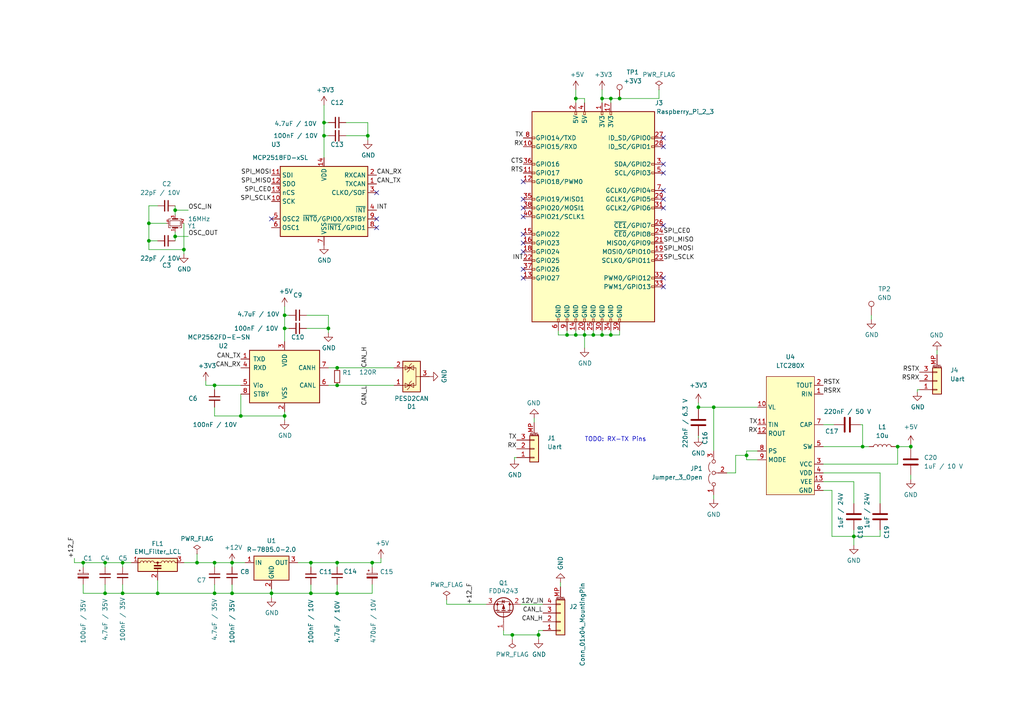
<source format=kicad_sch>
(kicad_sch (version 20210621) (generator eeschema)
  (paper "A4")
  (lib_symbols
    (symbol "Connector:Raspberry_Pi_2_3" (pin_names (offset 1.016))
      (property "Reference" "J" (at -17.78 31.75 0))
      (property "Value" "Raspberry_Pi_2_3" (at 10.16 -31.75 0))
      (symbol "Raspberry_Pi_2_3_1_1"
        (pin power_in line (at 2.54 33.02 270) (length 2.54) (name "3V3") (number "1"))
        (pin bidirectional line (at -20.32 20.32 0) (length 2.54) (name "GPIO15/RXD") (number "10"))
        (pin bidirectional line (at -20.32 12.7 0) (length 2.54) (name "GPIO17") (number "11"))
        (pin bidirectional line (at -20.32 10.16 0) (length 2.54) (name "GPIO18/PWM0") (number "12"))
        (pin bidirectional line (at -20.32 -17.78 0) (length 2.54) (name "GPIO27") (number "13"))
        (pin power_in line (at -5.08 -33.02 90) (length 2.54) (name "GND") (number "14"))
        (pin bidirectional line (at -20.32 -5.08 0) (length 2.54) (name "GPIO22") (number "15"))
        (pin bidirectional line (at -20.32 -7.62 0) (length 2.54) (name "GPIO23") (number "16"))
        (pin power_in line (at 5.08 33.02 270) (length 2.54) (name "3V3") (number "17"))
        (pin bidirectional line (at -20.32 -10.16 0) (length 2.54) (name "GPIO24") (number "18"))
        (pin bidirectional line (at 20.32 -10.16 180) (length 2.54) (name "MOSI0/GPIO10") (number "19"))
        (pin power_in line (at -5.08 33.02 270) (length 2.54) (name "5V") (number "2"))
        (pin power_in line (at -2.54 -33.02 90) (length 2.54) (name "GND") (number "20"))
        (pin bidirectional line (at 20.32 -7.62 180) (length 2.54) (name "MISO0/GPIO9") (number "21"))
        (pin bidirectional line (at -20.32 -12.7 0) (length 2.54) (name "GPIO25") (number "22"))
        (pin bidirectional line (at 20.32 -12.7 180) (length 2.54) (name "SCLK0/GPIO11") (number "23"))
        (pin bidirectional line (at 20.32 -5.08 180) (length 2.54) (name "~{CE0}/GPIO8") (number "24"))
        (pin power_in line (at 0 -33.02 90) (length 2.54) (name "GND") (number "25"))
        (pin bidirectional line (at 20.32 -2.54 180) (length 2.54) (name "~{CE1}/GPIO7") (number "26"))
        (pin bidirectional line (at 20.32 22.86 180) (length 2.54) (name "ID_SD/GPIO0") (number "27"))
        (pin bidirectional line (at 20.32 20.32 180) (length 2.54) (name "ID_SC/GPIO1") (number "28"))
        (pin bidirectional line (at 20.32 5.08 180) (length 2.54) (name "GCLK1/GPIO5") (number "29"))
        (pin bidirectional line (at 20.32 15.24 180) (length 2.54) (name "SDA/GPIO2") (number "3"))
        (pin power_in line (at 2.54 -33.02 90) (length 2.54) (name "GND") (number "30"))
        (pin bidirectional line (at 20.32 2.54 180) (length 2.54) (name "GCLK2/GPIO6") (number "31"))
        (pin bidirectional line (at 20.32 -17.78 180) (length 2.54) (name "PWM0/GPIO12") (number "32"))
        (pin bidirectional line (at 20.32 -20.32 180) (length 2.54) (name "PWM1/GPIO13") (number "33"))
        (pin power_in line (at 5.08 -33.02 90) (length 2.54) (name "GND") (number "34"))
        (pin bidirectional line (at -20.32 5.08 0) (length 2.54) (name "GPIO19/MISO1") (number "35"))
        (pin bidirectional line (at -20.32 15.24 0) (length 2.54) (name "GPIO16") (number "36"))
        (pin bidirectional line (at -20.32 -15.24 0) (length 2.54) (name "GPIO26") (number "37"))
        (pin bidirectional line (at -20.32 2.54 0) (length 2.54) (name "GPIO20/MOSI1") (number "38"))
        (pin power_in line (at 7.62 -33.02 90) (length 2.54) (name "GND") (number "39"))
        (pin power_in line (at -2.54 33.02 270) (length 2.54) (name "5V") (number "4"))
        (pin bidirectional line (at -20.32 0 0) (length 2.54) (name "GPIO21/SCLK1") (number "40"))
        (pin bidirectional line (at 20.32 12.7 180) (length 2.54) (name "SCL/GPIO3") (number "5"))
        (pin power_in line (at -10.16 -33.02 90) (length 2.54) (name "GND") (number "6"))
        (pin bidirectional line (at 20.32 7.62 180) (length 2.54) (name "GCLK0/GPIO4") (number "7"))
        (pin bidirectional line (at -20.32 22.86 0) (length 2.54) (name "GPIO14/TXD") (number "8"))
        (pin power_in line (at -7.62 -33.02 90) (length 2.54) (name "GND") (number "9"))
      )
    )
    (symbol "Connector:TestPoint" (pin_numbers hide) (pin_names (offset 0.762) hide)
      (property "Reference" "TP" (at 0 6.858 0))
      (property "Value" "TestPoint" (at 0 5.08 0))
      (symbol "TestPoint_1_1"
        (pin passive line (at 0 0 90) (length 2.54) (name "1") (number "1"))
      )
    )
    (symbol "Connector_Generic_MountingPin:Conn_01x03_MountingPin" (pin_names (offset 1.016) hide)
      (property "Reference" "J" (at 0 5.08 0))
      (property "Value" "Conn_01x03_MountingPin" (at 1.27 -5.08 0))
      (symbol "Conn_01x03_MountingPin_1_1"
        (text "Mounting" (at 0 -4.191 0) (effects (font (size 0.381 0.381))))
        (pin passive line (at -5.08 2.54 0) (length 3.81) (name "Pin_1") (number "1"))
        (pin passive line (at -5.08 0 0) (length 3.81) (name "Pin_2") (number "2"))
        (pin passive line (at -5.08 -2.54 0) (length 3.81) (name "Pin_3") (number "3"))
        (pin passive line (at 0 -7.62 90) (length 3.048) (name "MountPin") (number "MP"))
      )
    )
    (symbol "Connector_Generic_MountingPin:Conn_01x04_MountingPin" (pin_names (offset 1.016) hide)
      (property "Reference" "J" (at 0 5.08 0))
      (property "Value" "Conn_01x04_MountingPin" (at 1.27 -7.62 0))
      (symbol "Conn_01x04_MountingPin_1_1"
        (text "Mounting" (at 0 -6.731 0) (effects (font (size 0.381 0.381))))
        (pin passive line (at -5.08 2.54 0) (length 3.81) (name "Pin_1") (number "1"))
        (pin passive line (at -5.08 0 0) (length 3.81) (name "Pin_2") (number "2"))
        (pin passive line (at -5.08 -2.54 0) (length 3.81) (name "Pin_3") (number "3"))
        (pin passive line (at -5.08 -5.08 0) (length 3.81) (name "Pin_4") (number "4"))
        (pin passive line (at 0 -10.16 90) (length 3.048) (name "MountPin") (number "MP"))
      )
    )
    (symbol "Device:C" (pin_numbers hide) (pin_names (offset 0.254))
      (property "Reference" "C" (at 0.635 2.54 0))
      (property "Value" "C" (at 0.635 -2.54 0))
      (symbol "C_1_1"
        (pin passive line (at 0 3.81 270) (length 2.794) (name "~") (number "1"))
        (pin passive line (at 0 -3.81 90) (length 2.794) (name "~") (number "2"))
      )
    )
    (symbol "Device:C_Polarized_Small" (pin_numbers hide) (pin_names (offset 0.254) hide)
      (property "Reference" "C" (at 0.254 1.778 0))
      (property "Value" "C_Polarized_Small" (at 0.254 -2.032 0))
      (symbol "C_Polarized_Small_1_1"
        (pin passive line (at 0 2.54 270) (length 1.8542) (name "~") (number "1"))
        (pin passive line (at 0 -2.54 90) (length 1.8542) (name "~") (number "2"))
      )
    )
    (symbol "Device:C_Small" (pin_numbers hide) (pin_names (offset 0.254) hide)
      (property "Reference" "C" (at 0.254 1.778 0))
      (property "Value" "C_Small" (at 0.254 -2.032 0))
      (symbol "C_Small_1_1"
        (pin passive line (at 0 2.54 270) (length 2.032) (name "~") (number "1"))
        (pin passive line (at 0 -2.54 90) (length 2.032) (name "~") (number "2"))
      )
    )
    (symbol "Device:Crystal_GND24_Small" (pin_names (offset 1.016) hide)
      (property "Reference" "Y" (at 1.27 4.445 0))
      (property "Value" "Crystal_GND24_Small" (at 1.27 2.54 0))
      (symbol "Crystal_GND24_Small_1_1"
        (pin passive line (at -2.54 0 0) (length 1.27) (name "1") (number "1"))
        (pin passive line (at 0 -2.54 90) (length 0.635) (name "2") (number "2"))
        (pin passive line (at 2.54 0 180) (length 1.27) (name "3") (number "3"))
        (pin passive line (at 0 2.54 270) (length 0.635) (name "4") (number "4"))
      )
    )
    (symbol "Device:Filter_EMI_LCL" (pin_names (offset 0.254) hide)
      (property "Reference" "FL" (at 0 6.985 0))
      (property "Value" "Filter_EMI_LCL" (at 0 5.08 0))
      (symbol "Filter_EMI_LCL_1_1"
        (pin passive line (at -7.62 2.54 0) (length 2.54) (name "1") (number "1"))
        (pin passive line (at 0 -2.54 90) (length 2.54) (name "2") (number "2"))
        (pin passive line (at 7.62 2.54 180) (length 2.54) (name "3") (number "3"))
      )
    )
    (symbol "Device:L" (pin_numbers hide) (pin_names (offset 1.016) hide)
      (property "Reference" "L" (at -1.27 0 90))
      (property "Value" "L" (at 1.905 0 90))
      (symbol "L_1_1"
        (pin passive line (at 0 3.81 270) (length 1.27) (name "1") (number "1"))
        (pin passive line (at 0 -3.81 90) (length 1.27) (name "2") (number "2"))
      )
    )
    (symbol "Device:Q_PMOS_GDS" (pin_names (offset 0) hide)
      (property "Reference" "Q" (at 5.08 1.27 0))
      (property "Value" "Q_PMOS_GDS" (at 5.08 -1.27 0))
      (symbol "Q_PMOS_GDS_1_1"
        (pin input line (at -5.08 0 0) (length 2.54) (name "G") (number "1"))
        (pin passive line (at 2.54 5.08 270) (length 2.54) (name "D") (number "2"))
        (pin passive line (at 2.54 -5.08 90) (length 2.54) (name "S") (number "3"))
      )
    )
    (symbol "Device:R_Small" (pin_numbers hide) (pin_names (offset 0.254) hide)
      (property "Reference" "R" (at 0.762 0.508 0))
      (property "Value" "R_Small" (at 0.762 -1.016 0))
      (symbol "R_Small_1_1"
        (pin passive line (at 0 2.54 270) (length 0.762) (name "~") (number "1"))
        (pin passive line (at 0 -2.54 90) (length 0.762) (name "~") (number "2"))
      )
    )
    (symbol "Interface_CAN_LIN:MCP2517FD-xSL"
      (property "Reference" "U" (at -12.7 12.7 0))
      (property "Value" "MCP2517FD-xSL" (at 2.54 12.7 0))
      (symbol "MCP2517FD-xSL_1_1"
        (pin output line (at 15.24 5.08 180) (length 2.54) (name "TXCAN") (number "1"))
        (pin input line (at -15.24 0 0) (length 2.54) (name "SCK") (number "10"))
        (pin input line (at -15.24 7.62 0) (length 2.54) (name "SDI") (number "11"))
        (pin output line (at -15.24 5.08 0) (length 2.54) (name "SDO") (number "12"))
        (pin input line (at -15.24 2.54 0) (length 2.54) (name "nCS") (number "13"))
        (pin power_in line (at 0 12.7 270) (length 2.54) (name "VDD") (number "14"))
        (pin input line (at 15.24 7.62 180) (length 2.54) (name "RXCAN") (number "2"))
        (pin output line (at 15.24 2.54 180) (length 2.54) (name "CLKO/SOF") (number "3"))
        (pin output line (at 15.24 -2.54 180) (length 2.54) (name "~{INT}") (number "4"))
        (pin output line (at -15.24 -5.08 0) (length 2.54) (name "OSC2") (number "5"))
        (pin input line (at -15.24 -7.62 0) (length 2.54) (name "OSC1") (number "6"))
        (pin power_in line (at 0 -12.7 90) (length 2.54) (name "VSS") (number "7"))
        (pin bidirectional line (at 15.24 -7.62 180) (length 2.54) (name "~{INT1}/GPIO1") (number "8"))
        (pin bidirectional line (at 15.24 -5.08 180) (length 2.54) (name "~{INT0}/GPIO0/XSTBY") (number "9"))
      )
    )
    (symbol "Interface_CAN_LIN:MCP2562-H-SN" (pin_names (offset 1.016))
      (property "Reference" "U" (at -10.16 8.89 0))
      (property "Value" "MCP2562-H-SN" (at 2.54 8.89 0))
      (symbol "MCP2562-H-SN_1_1"
        (pin input line (at -12.7 5.08 0) (length 2.54) (name "TXD") (number "1"))
        (pin power_in line (at 0 -10.16 90) (length 2.54) (name "VSS") (number "2"))
        (pin power_in line (at 0 10.16 270) (length 2.54) (name "VDD") (number "3"))
        (pin output line (at -12.7 2.54 0) (length 2.54) (name "RXD") (number "4"))
        (pin power_in line (at -12.7 -2.54 0) (length 2.54) (name "Vio") (number "5"))
        (pin bidirectional line (at 12.7 -2.54 180) (length 2.54) (name "CANL") (number "6"))
        (pin bidirectional line (at 12.7 2.54 180) (length 2.54) (name "CANH") (number "7"))
        (pin input line (at -12.7 -5.08 0) (length 2.54) (name "STBY") (number "8"))
      )
    )
    (symbol "Jumper:Jumper_3_Open" (pin_names (offset 0) hide)
      (property "Reference" "JP" (at -2.54 -2.54 0))
      (property "Value" "Jumper_3_Open" (at 0 2.794 0))
      (symbol "Jumper_3_Open_1_1"
        (pin passive line (at -6.35 0 0) (length 2.54) (name "A") (number "1"))
        (pin input line (at 0 -3.81 90) (length 2.54) (name "C") (number "2"))
        (pin passive line (at 6.35 0 180) (length 2.54) (name "B") (number "3"))
      )
    )
    (symbol "Power_Protection:NUP2105L" (pin_names hide)
      (property "Reference" "D" (at 5.715 2.54 0))
      (property "Value" "NUP2105L" (at 5.715 0.635 0))
      (symbol "NUP2105L_0_0"
        (pin passive line (at 0 -5.08 90) (length 2.54) (name "A") (number "3"))
      )
      (symbol "NUP2105L_1_1"
        (pin passive line (at -2.54 5.08 270) (length 2.54) (name "K") (number "1"))
        (pin passive line (at 2.54 5.08 270) (length 2.54) (name "K") (number "2"))
      )
    )
    (symbol "Regulator_Switching:R-78B5.0-2.0" (pin_names (offset 0.254))
      (property "Reference" "U" (at -3.81 3.175 0))
      (property "Value" "R-78B5.0-2.0" (at 0 3.175 0))
      (symbol "R-78B5.0-2.0_1_1"
        (pin power_in line (at -7.62 0 0) (length 2.54) (name "IN") (number "1"))
        (pin power_in line (at 0 -7.62 90) (length 2.54) (name "GND") (number "2"))
        (pin power_out line (at 7.62 0 180) (length 2.54) (name "OUT") (number "3"))
      )
    )
    (symbol "ownLib:LTC280X"
      (property "Reference" "U" (at -1.27 21.59 0))
      (property "Value" "LTC280X" (at -1.27 19.05 0))
      (symbol "LTC280X_0_0"
        (pin input line (at 8.89 11.43 180) (length 2.54) (name "RIN") (number "1"))
        (pin power_in line (at -10.16 7.62 0) (length 2.54) (name "VL") (number "10"))
        (pin input line (at -10.16 2.54 0) (length 2.54) (name "TIN") (number "11"))
        (pin output line (at -10.16 0 0) (length 2.54) (name "ROUT") (number "12"))
        (pin power_out line (at 8.89 -13.97 180) (length 2.54) (name "VEE") (number "13"))
        (pin output line (at 8.89 13.97 180) (length 2.54) (name "TOUT") (number "2"))
        (pin power_in line (at 8.89 -8.89 180) (length 2.54) (name "VCC") (number "3"))
        (pin power_out line (at 8.89 -11.43 180) (length 2.54) (name "VDD") (number "4"))
        (pin passive line (at 8.89 -3.81 180) (length 2.54) (name "SW") (number "5"))
        (pin power_in line (at 8.89 -16.51 180) (length 2.54) (name "GND") (number "6"))
        (pin passive line (at 8.89 2.54 180) (length 2.54) (name "CAP") (number "7"))
        (pin passive line (at -10.16 -5.08 0) (length 2.54) (name "PS") (number "8"))
        (pin input line (at -10.16 -7.62 0) (length 2.54) (name "MODE") (number "9"))
      )
    )
    (symbol "power:+12V" (power) (pin_names (offset 0))
      (property "Value" "+12V" (at 0 3.556 0))
      (symbol "+12V_1_1"
        (pin power_in line (at 0 0 90) (length 0) hide (name "+12V") (number "1"))
      )
    )
    (symbol "power:+3.3V" (power) (pin_names (offset 0))
      (property "Value" "+3.3V" (at 0 3.556 0))
      (symbol "+3.3V_1_1"
        (pin power_in line (at 0 0 90) (length 0) hide (name "+3V3") (number "1"))
      )
    )
    (symbol "power:+3V3" (power) (pin_names (offset 0))
      (property "Value" "+3V3" (at 0 3.556 0))
      (symbol "+3V3_1_1"
        (pin power_in line (at 0 0 90) (length 0) hide (name "+3V3") (number "1"))
      )
    )
    (symbol "power:+5V" (power) (pin_names (offset 0))
      (property "Value" "+5V" (at 0 3.556 0))
      (symbol "+5V_1_1"
        (pin power_in line (at 0 0 90) (length 0) hide (name "+5V") (number "1"))
      )
    )
    (symbol "power:GND" (power) (pin_names (offset 0))
      (property "Value" "GND" (at 0 -3.81 0))
      (symbol "GND_1_1"
        (pin power_in line (at 0 0 270) (length 0) hide (name "GND") (number "1"))
      )
    )
    (symbol "power:PWR_FLAG" (power) (pin_numbers hide) (pin_names (offset 0) hide)
      (property "Value" "PWR_FLAG" (at 0 3.81 0))
      (symbol "PWR_FLAG_0_0"
        (pin power_out line (at 0 0 90) (length 0) (name "pwr") (number "1"))
      )
    )
  )
  (junction (at 35.56 172.085) (diameter 0.9144))
  (junction (at 174.625 28.575) (diameter 0.9144))
  (junction (at 216.535 132.08))
  (junction (at 174.625 97.155) (diameter 0.9144))
  (junction (at 50.8 68.58) (diameter 0.9144))
  (junction (at 156.21 184.15) (diameter 0.9144))
  (junction (at 95.25 95.25) (diameter 0.9144))
  (junction (at 43.18 64.77) (diameter 0.9144))
  (junction (at 207.01 118.11))
  (junction (at 62.23 172.085) (diameter 0.9144))
  (junction (at 30.48 172.085) (diameter 0.9144))
  (junction (at 260.35 129.54))
  (junction (at 148.59 184.15) (diameter 0.9144))
  (junction (at 97.79 172.085) (diameter 0.9144))
  (junction (at 62.23 163.195) (diameter 0.9144))
  (junction (at 67.31 163.195) (diameter 0.9144))
  (junction (at 53.34 72.39) (diameter 0.9144))
  (junction (at 45.72 172.085) (diameter 0.9144))
  (junction (at 250.19 129.54))
  (junction (at 30.48 163.195) (diameter 0.9144))
  (junction (at 78.74 172.085) (diameter 0.9144))
  (junction (at 107.95 163.195) (diameter 0.9144))
  (junction (at 167.005 28.575) (diameter 0.9144))
  (junction (at 167.005 97.155) (diameter 0.9144))
  (junction (at 169.545 97.155) (diameter 0.9144))
  (junction (at 90.17 163.195) (diameter 0.9144))
  (junction (at 67.31 172.085) (diameter 0.9144))
  (junction (at 97.79 106.68) (diameter 0.9144))
  (junction (at 247.65 155.575))
  (junction (at 50.8 60.96) (diameter 0.9144))
  (junction (at 62.23 111.76) (diameter 0.9144))
  (junction (at 202.565 118.11))
  (junction (at 97.79 163.195) (diameter 0.9144))
  (junction (at 43.18 69.85) (diameter 0.9144))
  (junction (at 164.465 97.155) (diameter 0.9144))
  (junction (at 97.79 111.76) (diameter 0.9144))
  (junction (at 82.55 91.44) (diameter 0.9144))
  (junction (at 106.68 39.37) (diameter 0.9144))
  (junction (at 24.13 163.195) (diameter 0.9144))
  (junction (at 177.165 97.155) (diameter 0.9144))
  (junction (at 82.55 120.65) (diameter 0.9144))
  (junction (at 69.85 120.65) (diameter 0.9144))
  (junction (at 35.56 163.195) (diameter 0.9144))
  (junction (at 57.15 163.195) (diameter 0.9144))
  (junction (at 82.55 95.25) (diameter 0.9144))
  (junction (at 264.16 129.54))
  (junction (at 172.085 97.155) (diameter 0.9144))
  (junction (at 90.17 172.085) (diameter 0.9144))
  (junction (at 93.98 35.56) (diameter 0.9144))
  (junction (at 177.165 28.575) (diameter 0.9144))
  (junction (at 179.705 28.575) (diameter 0.9144))
  (junction (at 93.98 39.37) (diameter 0.9144))
  (no_connect (at 151.765 60.325))
  (no_connect (at 151.765 57.785))
  (no_connect (at 192.405 60.325))
  (no_connect (at 151.765 80.645))
  (no_connect (at 192.405 42.545))
  (no_connect (at 151.765 62.865))
  (no_connect (at 192.405 47.625))
  (no_connect (at 192.405 40.005))
  (no_connect (at 151.765 52.705))
  (no_connect (at 78.74 63.5))
  (no_connect (at 109.22 63.5))
  (no_connect (at 109.22 66.04))
  (no_connect (at 109.22 55.88))
  (no_connect (at 192.405 57.785))
  (no_connect (at 192.405 50.165))
  (no_connect (at 151.765 78.105))
  (no_connect (at 192.405 55.245))
  (no_connect (at 151.765 70.485))
  (no_connect (at 151.765 73.025))
  (no_connect (at 151.765 67.945))
  (no_connect (at 192.405 65.405))
  (no_connect (at 192.405 83.185))
  (no_connect (at 192.405 80.645))
  (wire (pts (xy 30.48 164.465) (xy 30.48 163.195)))
  (wire (pts (xy 43.18 72.39) (xy 43.18 69.85)))
  (wire (pts (xy 95.25 91.44) (xy 95.25 95.25)))
  (wire (pts (xy 97.79 106.68) (xy 114.3 106.68)))
  (wire (pts (xy 177.165 28.575) (xy 179.705 28.575)))
  (wire (pts (xy 97.79 163.195) (xy 107.95 163.195)))
  (wire (pts (xy 69.85 120.65) (xy 62.23 120.65)))
  (wire (pts (xy 50.8 68.58) (xy 50.8 69.85)))
  (wire (pts (xy 250.19 129.54) (xy 252.095 129.54)))
  (wire (pts (xy 238.76 129.54) (xy 250.19 129.54)))
  (wire (pts (xy 45.72 168.275) (xy 45.72 172.085)))
  (wire (pts (xy 35.56 164.465) (xy 35.56 163.195)))
  (wire (pts (xy 250.19 123.19) (xy 250.19 129.54)))
  (wire (pts (xy 249.555 123.19) (xy 250.19 123.19)))
  (wire (pts (xy 164.465 97.155) (xy 167.005 97.155)))
  (wire (pts (xy 202.565 126.365) (xy 202.565 127)))
  (wire (pts (xy 97.79 163.195) (xy 97.79 164.465)))
  (wire (pts (xy 156.21 182.88) (xy 156.21 184.15)))
  (wire (pts (xy 106.68 39.37) (xy 106.68 40.64)))
  (wire (pts (xy 247.65 139.7) (xy 247.65 146.05)))
  (wire (pts (xy 238.76 139.7) (xy 247.65 139.7)))
  (wire (pts (xy 43.18 59.69) (xy 45.72 59.69)))
  (wire (pts (xy 53.34 64.77) (xy 53.34 72.39)))
  (wire (pts (xy 86.36 163.195) (xy 90.17 163.195)))
  (wire (pts (xy 54.61 68.58) (xy 50.8 68.58)))
  (wire (pts (xy 179.705 97.155) (xy 179.705 95.885)))
  (wire (pts (xy 148.59 184.15) (xy 148.59 185.42)))
  (wire (pts (xy 30.48 172.085) (xy 35.56 172.085)))
  (wire (pts (xy 169.545 97.155) (xy 172.085 97.155)))
  (wire (pts (xy 24.13 163.195) (xy 30.48 163.195)))
  (wire (pts (xy 260.35 134.62) (xy 260.35 129.54)))
  (wire (pts (xy 238.76 134.62) (xy 260.35 134.62)))
  (wire (pts (xy 174.625 29.845) (xy 174.625 28.575)))
  (wire (pts (xy 88.9 95.25) (xy 95.25 95.25)))
  (wire (pts (xy 62.23 111.76) (xy 62.23 113.03)))
  (wire (pts (xy 82.55 95.25) (xy 82.55 99.06)))
  (wire (pts (xy 167.005 28.575) (xy 167.005 26.035)))
  (wire (pts (xy 129.54 175.26) (xy 140.97 175.26)))
  (wire (pts (xy 93.98 39.37) (xy 93.98 45.72)))
  (wire (pts (xy 67.31 172.085) (xy 78.74 172.085)))
  (wire (pts (xy 161.925 97.155) (xy 164.465 97.155)))
  (wire (pts (xy 202.565 118.745) (xy 202.565 118.11)))
  (wire (pts (xy 202.565 118.11) (xy 207.01 118.11)))
  (wire (pts (xy 207.01 118.11) (xy 219.71 118.11)))
  (wire (pts (xy 82.55 88.9) (xy 82.55 91.44)))
  (wire (pts (xy 207.01 143.51) (xy 207.01 144.78)))
  (wire (pts (xy 219.71 133.35) (xy 216.535 133.35)))
  (wire (pts (xy 216.535 132.08) (xy 216.535 133.35)))
  (wire (pts (xy 216.535 130.81) (xy 216.535 132.08)))
  (wire (pts (xy 148.59 184.15) (xy 156.21 184.15)))
  (wire (pts (xy 106.68 35.56) (xy 106.68 39.37)))
  (wire (pts (xy 97.79 172.085) (xy 107.95 172.085)))
  (wire (pts (xy 164.465 95.885) (xy 164.465 97.155)))
  (wire (pts (xy 177.165 97.155) (xy 179.705 97.155)))
  (wire (pts (xy 151.13 175.26) (xy 157.48 175.26)))
  (wire (pts (xy 167.005 29.845) (xy 167.005 28.575)))
  (wire (pts (xy 82.55 119.38) (xy 82.55 120.65)))
  (wire (pts (xy 177.165 95.885) (xy 177.165 97.155)))
  (wire (pts (xy 43.18 64.77) (xy 43.18 59.69)))
  (wire (pts (xy 78.74 172.085) (xy 78.74 173.355)))
  (wire (pts (xy 191.135 28.575) (xy 191.135 26.035)))
  (wire (pts (xy 90.17 172.085) (xy 97.79 172.085)))
  (wire (pts (xy 24.13 172.085) (xy 30.48 172.085)))
  (wire (pts (xy 107.95 163.195) (xy 107.95 164.465)))
  (wire (pts (xy 95.25 106.68) (xy 97.79 106.68)))
  (wire (pts (xy 43.18 69.85) (xy 43.18 64.77)))
  (wire (pts (xy 167.005 97.155) (xy 169.545 97.155)))
  (wire (pts (xy 57.15 163.195) (xy 62.23 163.195)))
  (wire (pts (xy 57.15 163.195) (xy 53.34 163.195)))
  (wire (pts (xy 90.17 169.545) (xy 90.17 172.085)))
  (wire (pts (xy 247.65 153.67) (xy 247.65 155.575)))
  (wire (pts (xy 24.13 163.195) (xy 24.13 164.465)))
  (wire (pts (xy 146.05 184.15) (xy 148.59 184.15)))
  (wire (pts (xy 264.16 137.795) (xy 264.16 139.065)))
  (wire (pts (xy 83.82 95.25) (xy 82.55 95.25)))
  (wire (pts (xy 110.49 163.195) (xy 110.49 161.925)))
  (wire (pts (xy 78.74 172.085) (xy 90.17 172.085)))
  (wire (pts (xy 90.17 163.195) (xy 97.79 163.195)))
  (wire (pts (xy 62.23 169.545) (xy 62.23 172.085)))
  (wire (pts (xy 50.8 59.69) (xy 50.8 60.96)))
  (wire (pts (xy 213.36 137.16) (xy 213.36 132.08)))
  (wire (pts (xy 210.82 137.16) (xy 213.36 137.16)))
  (wire (pts (xy 213.36 132.08) (xy 216.535 132.08)))
  (wire (pts (xy 67.31 163.195) (xy 71.12 163.195)))
  (wire (pts (xy 179.705 28.575) (xy 191.135 28.575)))
  (wire (pts (xy 241.3 142.24) (xy 241.3 155.575)))
  (wire (pts (xy 241.3 155.575) (xy 247.65 155.575)))
  (wire (pts (xy 238.76 142.24) (xy 241.3 142.24)))
  (wire (pts (xy 146.05 184.15) (xy 146.05 182.88)))
  (wire (pts (xy 62.23 172.085) (xy 67.31 172.085)))
  (wire (pts (xy 177.165 28.575) (xy 174.625 28.575)))
  (wire (pts (xy 35.56 172.085) (xy 45.72 172.085)))
  (wire (pts (xy 57.15 160.655) (xy 57.15 163.195)))
  (wire (pts (xy 62.23 120.65) (xy 62.23 118.11)))
  (wire (pts (xy 24.13 163.195) (xy 21.59 163.195)))
  (wire (pts (xy 45.72 172.085) (xy 62.23 172.085)))
  (wire (pts (xy 45.72 69.85) (xy 43.18 69.85)))
  (wire (pts (xy 156.21 184.15) (xy 156.21 185.42)))
  (wire (pts (xy 50.8 60.96) (xy 50.8 62.23)))
  (wire (pts (xy 30.48 163.195) (xy 35.56 163.195)))
  (wire (pts (xy 97.79 111.76) (xy 114.3 111.76)))
  (wire (pts (xy 260.35 129.54) (xy 259.715 129.54)))
  (wire (pts (xy 264.16 129.54) (xy 260.35 129.54)))
  (wire (pts (xy 264.16 130.175) (xy 264.16 129.54)))
  (wire (pts (xy 67.31 169.545) (xy 67.31 172.085)))
  (wire (pts (xy 169.545 29.845) (xy 169.545 28.575)))
  (wire (pts (xy 238.76 137.16) (xy 255.27 137.16)))
  (wire (pts (xy 255.27 137.16) (xy 255.27 146.05)))
  (wire (pts (xy 169.545 28.575) (xy 167.005 28.575)))
  (wire (pts (xy 174.625 95.885) (xy 174.625 97.155)))
  (wire (pts (xy 107.95 172.085) (xy 107.95 169.545)))
  (wire (pts (xy 62.23 163.195) (xy 67.31 163.195)))
  (wire (pts (xy 82.55 91.44) (xy 82.55 95.25)))
  (wire (pts (xy 95.25 95.25) (xy 95.25 96.52)))
  (wire (pts (xy 54.61 60.96) (xy 50.8 60.96)))
  (wire (pts (xy 59.69 111.76) (xy 59.69 110.49)))
  (wire (pts (xy 62.23 164.465) (xy 62.23 163.195)))
  (wire (pts (xy 100.33 39.37) (xy 106.68 39.37)))
  (wire (pts (xy 169.545 97.155) (xy 169.545 100.965)))
  (wire (pts (xy 48.26 64.77) (xy 43.18 64.77)))
  (wire (pts (xy 69.85 114.3) (xy 69.85 120.65)))
  (wire (pts (xy 82.55 120.65) (xy 82.55 121.92)))
  (wire (pts (xy 53.34 72.39) (xy 53.34 73.66)))
  (wire (pts (xy 174.625 28.575) (xy 174.625 26.035)))
  (wire (pts (xy 43.18 72.39) (xy 53.34 72.39)))
  (wire (pts (xy 24.13 169.545) (xy 24.13 172.085)))
  (wire (pts (xy 62.23 111.76) (xy 59.69 111.76)))
  (wire (pts (xy 21.59 161.925) (xy 21.59 163.195)))
  (wire (pts (xy 157.48 182.88) (xy 156.21 182.88)))
  (wire (pts (xy 95.25 111.76) (xy 97.79 111.76)))
  (wire (pts (xy 93.98 35.56) (xy 93.98 39.37)))
  (wire (pts (xy 266.065 113.03) (xy 266.065 113.665)))
  (wire (pts (xy 82.55 120.65) (xy 69.85 120.65)))
  (wire (pts (xy 162.56 168.91) (xy 162.56 170.18)))
  (wire (pts (xy 97.79 172.085) (xy 97.79 169.545)))
  (wire (pts (xy 202.565 116.84) (xy 202.565 118.11)))
  (wire (pts (xy 172.085 95.885) (xy 172.085 97.155)))
  (wire (pts (xy 35.56 163.195) (xy 38.1 163.195)))
  (wire (pts (xy 172.085 97.155) (xy 174.625 97.155)))
  (wire (pts (xy 167.005 95.885) (xy 167.005 97.155)))
  (wire (pts (xy 35.56 169.545) (xy 35.56 172.085)))
  (wire (pts (xy 264.16 128.905) (xy 264.16 129.54)))
  (wire (pts (xy 30.48 169.545) (xy 30.48 172.085)))
  (wire (pts (xy 50.8 68.58) (xy 50.8 67.31)))
  (wire (pts (xy 255.27 153.67) (xy 255.27 155.575)))
  (wire (pts (xy 255.27 155.575) (xy 247.65 155.575)))
  (wire (pts (xy 247.65 155.575) (xy 247.65 158.115)))
  (wire (pts (xy 100.33 35.56) (xy 106.68 35.56)))
  (wire (pts (xy 161.925 95.885) (xy 161.925 97.155)))
  (wire (pts (xy 67.31 163.195) (xy 67.31 164.465)))
  (wire (pts (xy 78.74 170.815) (xy 78.74 172.085)))
  (wire (pts (xy 90.17 163.195) (xy 90.17 164.465)))
  (wire (pts (xy 207.01 130.81) (xy 207.01 118.11)))
  (wire (pts (xy 219.71 130.81) (xy 216.535 130.81)))
  (wire (pts (xy 129.54 175.26) (xy 129.54 173.99)))
  (wire (pts (xy 69.85 111.76) (xy 62.23 111.76)))
  (wire (pts (xy 95.25 35.56) (xy 93.98 35.56)))
  (wire (pts (xy 238.76 123.19) (xy 241.935 123.19)))
  (wire (pts (xy 83.82 91.44) (xy 82.55 91.44)))
  (wire (pts (xy 252.73 91.44) (xy 252.73 92.71)))
  (wire (pts (xy 174.625 97.155) (xy 177.165 97.155)))
  (wire (pts (xy 271.78 102.87) (xy 271.78 101.6)))
  (wire (pts (xy 149.225 132.715) (xy 149.225 133.35)))
  (wire (pts (xy 149.86 132.715) (xy 149.225 132.715)))
  (wire (pts (xy 177.165 29.845) (xy 177.165 28.575)))
  (wire (pts (xy 88.9 91.44) (xy 95.25 91.44)))
  (wire (pts (xy 93.98 30.48) (xy 93.98 35.56)))
  (wire (pts (xy 107.95 163.195) (xy 110.49 163.195)))
  (wire (pts (xy 154.94 122.555) (xy 154.94 121.285)))
  (wire (pts (xy 169.545 95.885) (xy 169.545 97.155)))
  (wire (pts (xy 266.7 113.03) (xy 266.065 113.03)))
  (wire (pts (xy 95.25 39.37) (xy 93.98 39.37)))
  (text "TODO: RX-TX Pins" (at 169.545 128.27 0) (effects (font (size 1.27 1.27)) (justify left bottom)))
  (label "TX" (at 219.71 123.19 180))
  (label "CAN_L" (at 157.48 177.8 180))
  (label "INT" (at 151.765 75.565 180))
  (label "TX" (at 151.765 40.005 180))
  (label "12V_IN" (at 151.13 175.26 0))
  (label "TX" (at 149.86 127.635 180))
  (label "CAN_RX" (at 69.85 106.68 180))
  (label "SPI_MISO" (at 192.405 70.485 0))
  (label "+12_F" (at 137.16 175.26 90))
  (label "CTS" (at 151.765 47.625 180))
  (label "+12_F" (at 21.59 161.925 90))
  (label "OSC_IN" (at 54.61 60.96 0))
  (label "RTS" (at 151.765 50.165 180))
  (label "SPI_SCLK" (at 192.405 75.565 0))
  (label "OSC_OUT" (at 54.61 68.58 0))
  (label "INT" (at 109.22 60.96 0))
  (label "RSRX" (at 238.76 114.3 0))
  (label "RSRX" (at 266.7 110.49 180))
  (label "RX" (at 151.765 42.545 180))
  (label "SPI_SCLK" (at 78.74 58.42 180))
  (label "CAN_H" (at 106.68 106.68 90))
  (label "CAN_TX" (at 109.22 53.34 0))
  (label "SPI_MOSI" (at 192.405 73.025 0))
  (label "CAN_L" (at 106.68 111.76 270))
  (label "CAN_H" (at 157.48 180.34 180))
  (label "RX" (at 149.86 130.175 180))
  (label "SPI_CE0" (at 192.405 67.945 0))
  (label "RX" (at 219.71 125.73 180))
  (label "SPI_MOSI" (at 78.74 50.8 180))
  (label "SPI_CE0" (at 78.74 55.88 180))
  (label "CAN_RX" (at 109.22 50.8 0))
  (label "CAN_TX" (at 69.85 104.14 180))
  (label "SPI_MISO" (at 78.74 53.34 180))
  (label "RSTX" (at 238.76 111.76 0))
  (label "RSTX" (at 266.7 107.95 180))
  (symbol (lib_id "power:GND") (at 154.94 121.285 180) (unit 1)
    (property "Reference" "#PWR014" (effects hide))
    (property "Value" "GND" (at 154.813 116.8908 0))
  )
  (symbol (lib_id "Device:C_Small") (at 67.31 167.005 0) (unit 1)
    (property "Reference" "C8" (at 69.6468 165.8366 0) (effects (justify left)))
    (property "Value" "100nF / 35V" (at 67.31 186.69 90) (effects (justify left)))
    (property "Footprint" "Capacitor_SMD:C_0603_1608Metric" (effects hide))
    (property "MOUSER_NO" "810-C1005X7R1H104K" (effects hide))
  )
  (symbol (lib_id "power:+3V3") (at 93.98 30.48 0) (unit 1)
    (property "Reference" "#PWR07" (effects hide))
    (property "Value" "+3V3" (at 94.361 26.0858 0))
  )
  (symbol (lib_id "Device:C_Small") (at 62.23 115.57 0) (unit 1)
    (property "Reference" "C6" (at 54.61 115.57 0) (effects (justify left)))
    (property "Value" "100nF / 10V" (at 55.88 123.19 0) (effects (justify left)))
    (property "Footprint" "Capacitor_SMD:C_0603_1608Metric" (effects hide))
    (property "MOUSER_NO" "810-C1005X7R1H104K" (effects hide))
  )
  (symbol (lib_id "power:GND") (at 266.065 113.665 0) (unit 1)
    (property "Reference" "#PWR027" (effects hide))
    (property "Value" "GND" (at 266.192 118.0592 0))
  )
  (symbol (lib_id "power:+5V") (at 82.55 88.9 0) (unit 1)
    (property "Reference" "#PWR05" (effects hide))
    (property "Value" "+5V" (at 82.931 84.5058 0))
  )
  (symbol (lib_id "power:+3.3V") (at 202.565 116.84 0) (unit 1)
    (property "Reference" "#PWR020" (effects hide))
    (property "Value" "+3.3V" (at 202.565 111.76 0))
  )
  (symbol (lib_id "power:GND") (at 78.74 173.355 0) (unit 1)
    (property "Reference" "#PWR04" (effects hide))
    (property "Value" "GND" (at 78.867 177.7492 0))
  )
  (symbol (lib_id "Device:C_Small") (at 86.36 91.44 270) (unit 1)
    (property "Reference" "C9" (at 86.36 85.6234 90))
    (property "Value" "4.7uF / 10V" (at 74.93 91.1098 90))
    (property "Footprint" "Capacitor_SMD:C_0805_2012Metric" (effects hide))
    (property "MOUSER_NO" "81-GRM21BZ71H475KE5L" (effects hide))
  )
  (symbol (lib_id "Device:C_Polarized_Small") (at 24.13 167.005 0) (unit 1)
    (property "Reference" "C1" (at 24.13 161.925 0) (effects (justify left)))
    (property "Value" "100uF / 35V" (at 24.13 186.69 90) (effects (justify left)))
    (property "Footprint" "Capacitor_THT:CP_Radial_D7.5mm_P2.50mm" (effects hide))
    (property "MOUSER_NO" "710-860010573007" (effects hide))
  )
  (symbol (lib_id "Interface_CAN_LIN:MCP2562-H-SN") (at 82.55 109.22 0) (unit 1)
    (property "Reference" "U2" (at 64.77 100.33 0))
    (property "Value" "MCP2562FD-E-SN" (at 63.5 97.79 0))
    (property "Footprint" "Package_SO:SOIC-8_3.9x4.9mm_P1.27mm" (effects hide))
    (property "Datasheet" "https://ww1.microchip.com/downloads/en/DeviceDoc/20005284A.pdf" (effects hide))
  )
  (symbol (lib_id "ownLib:LTC280X") (at 229.87 125.73 0) (unit 1)
    (property "Reference" "U4" (at 229.235 103.505 0))
    (property "Value" "LTC280X" (at 229.235 106.045 0))
    (property "Footprint" "Package_DFN_QFN:DFN-12-1EP_3x4mm_P0.5mm_EP1.7x3.3mm" (effects hide))
    (property "Datasheet" "https://www.analog.com/media/en/technical-documentation/data-sheets/2801234fe.pdf" (effects hide))
    (property "MOUSER_NO" "584-LTC2802CDE#PBF" (effects hide))
  )
  (symbol (lib_id "power:GND") (at 252.73 92.71 0) (unit 1)
    (property "Reference" "#PWR024" (effects hide))
    (property "Value" "GND" (at 252.857 97.1042 0))
  )
  (symbol (lib_id "Device:C_Small") (at 90.17 167.005 0) (unit 1)
    (property "Reference" "C11" (at 92.5068 165.8366 0) (effects (justify left)))
    (property "Value" "100nF / 10V" (at 90.17 186.69 90) (effects (justify left)))
    (property "Footprint" "Capacitor_SMD:C_0603_1608Metric" (effects hide))
    (property "MOUSER_NO" "810-C1005X7R1H104K" (effects hide))
  )
  (symbol (lib_id "Device:C_Small") (at 97.79 39.37 270) (unit 1)
    (property "Reference" "C13" (at 97.79 41.91 90))
    (property "Value" "100nF / 10V" (at 85.725 39.37 90))
    (property "Footprint" "Capacitor_SMD:C_0603_1608Metric" (effects hide))
    (property "MOUSER_NO" "810-C1005X7R1H104K" (effects hide))
  )
  (symbol (lib_id "power:GND") (at 124.46 109.22 90) (unit 1)
    (property "Reference" "#PWR012" (effects hide))
    (property "Value" "GND" (at 128.8542 109.093 0))
  )
  (symbol (lib_id "power:GND") (at 82.55 121.92 0) (unit 1)
    (property "Reference" "#PWR06" (effects hide))
    (property "Value" "GND" (at 82.677 126.3142 0))
  )
  (symbol (lib_id "power:PWR_FLAG") (at 57.15 160.655 0) (unit 1)
    (property "Reference" "#FLG01" (effects hide))
    (property "Value" "PWR_FLAG" (at 57.15 156.2608 0))
  )
  (symbol (lib_id "Device:C_Small") (at 48.26 69.85 270) (unit 1)
    (property "Reference" "C3" (at 46.99 76.962 90) (effects (justify left)))
    (property "Value" "22pF / 10V" (at 40.64 74.93 90) (effects (justify left)))
    (property "Footprint" "Capacitor_SMD:C_0603_1608Metric" (effects hide))
    (property "MOUSER_NO" "77-VJ0603A220JXACBC" (effects hide))
  )
  (symbol (lib_id "Device:L") (at 255.905 129.54 90) (unit 1)
    (property "Reference" "L1" (at 255.905 123.825 90))
    (property "Value" "10u" (at 255.905 126.365 90))
    (property "Footprint" "Inductor_SMD:L_Murata_LQH2MCNxxxx02_2.0x1.6mm" (effects hide))
    (property "MOUSER_NO" "81-LQH2MCN100M52L" (effects hide))
  )
  (symbol (lib_id "power:GND") (at 271.78 101.6 180) (unit 1)
    (property "Reference" "#PWR028" (effects hide))
    (property "Value" "GND" (at 271.653 97.2058 0))
  )
  (symbol (lib_id "Device:Crystal_GND24_Small") (at 50.8 64.77 90) (unit 1)
    (property "Reference" "Y1" (at 56.896 65.532 90) (effects (justify left)))
    (property "Value" "16MHz" (at 60.96 63.5 90) (effects (justify left)))
    (property "Footprint" "ownLib:Crystal_SMD_Abracon_ABM3B-4Pin_5.0x3.2mm" (effects hide))
    (property "Datasheet" "https://www.mouser.de/datasheet/2/3/abm3b-39910.pdf" (effects hide))
    (property "MOUSER_NO" "815-ABM3B-16-B2" (effects hide))
  )
  (symbol (lib_id "Device:C_Small") (at 48.26 59.69 270) (unit 1)
    (property "Reference" "C2" (at 46.99 53.34 90) (effects (justify left)))
    (property "Value" "22pF / 10V" (at 40.64 55.88 90) (effects (justify left)))
    (property "Footprint" "Capacitor_SMD:C_0603_1608Metric" (effects hide))
    (property "MOUSER_NO" "77-VJ0603A220JXACBC" (effects hide))
  )
  (symbol (lib_id "Device:C_Small") (at 86.36 95.25 270) (unit 1)
    (property "Reference" "C10" (at 86.36 97.79 90))
    (property "Value" "100nF / 10V" (at 74.295 95.25 90))
    (property "Footprint" "Capacitor_SMD:C_0603_1608Metric" (effects hide))
    (property "MOUSER_NO" "810-C1005X7R1H104K" (effects hide))
  )
  (symbol (lib_id "Device:C") (at 245.745 123.19 90) (unit 1)
    (property "Reference" "C17" (at 243.2049 125.095 90) (effects (justify left)))
    (property "Value" "220nF / 50 V" (at 252.7299 119.38 90) (effects (justify left)))
    (property "Footprint" "Capacitor_SMD:C_0805_2012Metric" (effects hide))
    (property "MOUSER_NO" "GCM21BR71H224K37L" (effects hide))
  )
  (symbol (lib_id "power:GND") (at 247.65 158.115 0) (unit 1)
    (property "Reference" "#PWR023" (effects hide))
    (property "Value" "GND" (at 247.65 162.56 0))
  )
  (symbol (lib_id "Device:C_Small") (at 62.23 167.005 0) (unit 1)
    (property "Reference" "C7" (at 58.42 168.275 0))
    (property "Value" "4.7uF / 35V" (at 62.23 179.705 90))
    (property "Footprint" "Capacitor_SMD:C_0805_2012Metric" (effects hide))
    (property "MOUSER_NO" "81-GRM21BZ71H475KE5L" (effects hide))
  )
  (symbol (lib_id "power:GND") (at 169.545 100.965 0) (unit 1)
    (property "Reference" "#PWR018" (effects hide))
    (property "Value" "GND" (at 169.672 105.3592 0))
  )
  (symbol (lib_id "power:GND") (at 162.56 168.91 180) (unit 1)
    (property "Reference" "#PWR016" (effects hide))
    (property "Value" "GND" (at 162.5601 161.29 90) (effects (justify left)))
  )
  (symbol (lib_id "power:+5V") (at 110.49 161.925 0) (unit 1)
    (property "Reference" "#PWR011" (effects hide))
    (property "Value" "+5V" (at 110.871 157.5308 0))
  )
  (symbol (lib_id "Connector_Generic_MountingPin:Conn_01x03_MountingPin") (at 154.94 130.175 0) (mirror x) (unit 1)
    (property "Reference" "J1" (at 158.75 127.0633 0) (effects (justify left)))
    (property "Value" "Uart" (at 158.75 129.6033 0) (effects (justify left)))
    (property "Footprint" "Connector_Molex:Molex_PicoBlade_53047-0310_1x03_P1.25mm_Vertical" (effects hide))
    (property "MOUSER_NO" "538-53047-0310" (effects hide))
  )
  (symbol (lib_id "power:+3V3") (at 174.625 26.035 0) (unit 1)
    (property "Reference" "#PWR019" (effects hide))
    (property "Value" "+3V3" (at 175.006 21.6408 0))
  )
  (symbol (lib_id "Device:R_Small") (at 97.79 109.22 0) (unit 1)
    (property "Reference" "R1" (at 99.2886 108.0516 0) (effects (justify left)))
    (property "Value" "120R" (at 104.14 107.95 0) (effects (justify left)))
    (property "Footprint" "Resistor_SMD:R_1206_3216Metric" (effects hide))
    (property "MOUSER_NO" "667-ERJ-P06J121V" (effects hide))
  )
  (symbol (lib_id "power:GND") (at 202.565 127 0) (unit 1)
    (property "Reference" "#PWR021" (effects hide))
    (property "Value" "GND" (at 202.565 131.445 0))
  )
  (symbol (lib_id "power:PWR_FLAG") (at 129.54 173.99 0) (unit 1)
    (property "Reference" "#FLG02" (effects hide))
    (property "Value" "PWR_FLAG" (at 129.54 169.5958 0))
  )
  (symbol (lib_id "power:PWR_FLAG") (at 191.135 26.035 0) (unit 1)
    (property "Reference" "#FLG04" (effects hide))
    (property "Value" "PWR_FLAG" (at 191.135 21.6408 0))
  )
  (symbol (lib_id "power:+5V") (at 264.16 128.905 0) (unit 1)
    (property "Reference" "#PWR025" (effects hide))
    (property "Value" "+5V" (at 264.16 123.825 0))
  )
  (symbol (lib_id "power:GND") (at 156.21 185.42 0) (unit 1)
    (property "Reference" "#PWR015" (effects hide))
    (property "Value" "GND" (at 156.337 189.8142 0))
  )
  (symbol (lib_id "Device:C") (at 247.65 149.86 180) (unit 1)
    (property "Reference" "C18" (at 249.555 152.4001 90) (effects (justify left)))
    (property "Value" "1uF / 24V" (at 243.84 142.8751 90) (effects (justify left)))
    (property "Footprint" "Capacitor_SMD:C_0805_2012Metric" (effects hide))
    (property "MOUSER_NO" "81-GCG21BR71E105MA2K" (effects hide))
  )
  (symbol (lib_id "Device:C_Small") (at 35.56 167.005 0) (unit 1)
    (property "Reference" "C5" (at 34.29 161.925 0) (effects (justify left)))
    (property "Value" "100nF / 35V" (at 35.56 186.055 90) (effects (justify left)))
    (property "Footprint" "Capacitor_SMD:C_0603_1608Metric" (effects hide))
    (property "MOUSER_NO" "810-C1005X7R1H104K" (effects hide))
  )
  (symbol (lib_id "power:GND") (at 53.34 73.66 0) (unit 1)
    (property "Reference" "#PWR01" (effects hide))
    (property "Value" "GND" (at 53.467 78.0542 0))
  )
  (symbol (lib_id "power:GND") (at 207.01 144.78 0) (unit 1)
    (property "Reference" "#PWR022" (effects hide))
    (property "Value" "GND" (at 207.01 149.225 0))
  )
  (symbol (lib_id "Connector:TestPoint") (at 179.705 28.575 0) (unit 1)
    (property "Reference" "TP1" (at 183.515 20.955 0))
    (property "Value" "+3V3" (at 183.515 23.495 0))
    (property "Footprint" "TestPoint:TestPoint_Pad_D1.0mm" (effects hide))
    (property "MOUSER_NO" "DO NOT ORDER" (effects hide))
  )
  (symbol (lib_id "Connector_Generic_MountingPin:Conn_01x03_MountingPin") (at 271.78 110.49 0) (mirror x) (unit 1)
    (property "Reference" "J4" (at 275.59 107.3783 0) (effects (justify left)))
    (property "Value" "Uart" (at 275.59 109.9183 0) (effects (justify left)))
    (property "Footprint" "Connector_Molex:Molex_PicoBlade_53047-0310_1x03_P1.25mm_Vertical" (effects hide))
    (property "MOUSER_NO" "538-53047-0310" (effects hide))
  )
  (symbol (lib_id "Interface_CAN_LIN:MCP2517FD-xSL") (at 93.98 58.42 0) (unit 1)
    (property "Reference" "U3" (at 80.01 41.91 0))
    (property "Value" "MCP2518FD-xSL" (at 81.28 45.72 0))
    (property "Footprint" "Package_SO:SOIC-14_3.9x8.7mm_P1.27mm" (effects hide))
    (property "Datasheet" "https://ww1.microchip.com/downloads/en/DeviceDoc/External-CAN-FD-Controller-with-SPI-Interface-DS20006027B.pdf" (effects hide))
  )
  (symbol (lib_id "power:+5V") (at 167.005 26.035 0) (unit 1)
    (property "Reference" "#PWR017" (effects hide))
    (property "Value" "+5V" (at 167.386 21.6408 0))
  )
  (symbol (lib_id "Jumper:Jumper_3_Open") (at 207.01 137.16 90) (unit 1)
    (property "Reference" "JP1" (at 203.835 135.8899 90) (effects (justify left)))
    (property "Value" "Jumper_3_Open" (at 203.835 138.4299 90) (effects (justify left)))
    (property "Footprint" "Jumper:SolderJumper-3_P2.0mm_Open_TrianglePad1.0x1.5mm_NumberLabels" (effects hide))
    (property "MOUSER_NO" "DO NOT ORDER" (effects hide))
  )
  (symbol (lib_id "Device:C") (at 264.16 133.985 0) (unit 1)
    (property "Reference" "C20" (at 267.97 132.7149 0) (effects (justify left)))
    (property "Value" "1uF / 10 V" (at 267.97 135.2549 0) (effects (justify left)))
    (property "Footprint" "Capacitor_SMD:C_0603_1608Metric" (effects hide))
    (property "MOUSER_NO" "81-GRM18R61A105KA61J" (effects hide))
  )
  (symbol (lib_id "Power_Protection:NUP2105L") (at 119.38 109.22 90) (unit 1)
    (property "Reference" "D1" (at 119.38 117.9068 90))
    (property "Value" "PESD2CAN" (at 119.38 115.5954 90))
    (property "Footprint" "Package_TO_SOT_SMD:SOT-23" (effects hide))
    (property "Datasheet" "https://assets.nexperia.com/documents/data-sheet/PESD2CAN.pdf" (effects hide))
    (property "MOUSER_NO" "771-PESD2CAN-T/R" (effects hide))
  )
  (symbol (lib_id "power:GND") (at 106.68 40.64 0) (unit 1)
    (property "Reference" "#PWR010" (effects hide))
    (property "Value" "GND" (at 106.807 45.0342 0))
  )
  (symbol (lib_id "Device:C_Small") (at 30.48 167.005 180) (unit 1)
    (property "Reference" "C4" (at 30.48 161.925 0))
    (property "Value" "4.7uF / 35V" (at 30.48 179.705 90))
    (property "Footprint" "Capacitor_SMD:C_0805_2012Metric" (effects hide))
    (property "MOUSER_NO" "81-GRM21BZ71H475KE5L" (effects hide))
  )
  (symbol (lib_id "Device:Q_PMOS_GDS") (at 146.05 177.8 270) (mirror x) (unit 1)
    (property "Reference" "Q1" (at 146.05 169.0878 90))
    (property "Value" "FDD4243" (at 146.05 171.3992 90))
    (property "Footprint" "Package_TO_SOT_SMD:TO-252-2" (effects hide))
    (property "Datasheet" "https://www.onsemi.com/pub/Collateral/FDD4243-D.pdf" (effects hide))
    (property "MOUSER_NO" "512-FDD4243" (effects hide))
  )
  (symbol (lib_id "power:GND") (at 264.16 139.065 0) (unit 1)
    (property "Reference" "#PWR026" (effects hide))
    (property "Value" "GND" (at 264.16 143.51 0))
  )
  (symbol (lib_id "Regulator_Switching:R-78B5.0-2.0") (at 78.74 163.195 0) (unit 1)
    (property "Reference" "U1" (at 78.74 156.845 0))
    (property "Value" "R-78B5.0-2.0" (at 78.74 159.385 0))
    (property "Footprint" "Converter_DCDC:Converter_DCDC_RECOM_R-78B-2.0_THT" (effects hide))
    (property "Datasheet" "https://www.recom-power.com/pdf/Innoline/R-78Bxx-2.0.pdf" (effects hide))
    (property "MOUSER_NO" "919-R-78B5.0-2.0" (effects hide))
  )
  (symbol (lib_id "power:+3V3") (at 59.69 110.49 0) (unit 1)
    (property "Reference" "#PWR02" (effects hide))
    (property "Value" "+3V3" (at 60.071 106.0958 0))
  )
  (symbol (lib_id "power:GND") (at 95.25 96.52 0) (unit 1)
    (property "Reference" "#PWR09" (effects hide))
    (property "Value" "GND" (at 95.377 100.9142 0))
  )
  (symbol (lib_id "power:+12V") (at 67.31 163.195 0) (unit 1)
    (property "Reference" "#PWR03" (effects hide))
    (property "Value" "+12V" (at 67.691 158.8008 0))
  )
  (symbol (lib_id "Connector_Generic_MountingPin:Conn_01x04_MountingPin") (at 162.56 180.34 0) (mirror x) (unit 1)
    (property "Reference" "J2" (at 165.1 175.9583 0) (effects (justify left)))
    (property "Value" "Conn_01x04_MountingPin" (at 168.91 168.9733 90) (effects (justify left)))
    (property "Footprint" "Connector_Molex:Molex_CLIK-Mate_502382-0470_1x04-1MP_P1.25mm_Vertical" (effects hide))
    (property "Farnell_NO" "9733060" (effects hide))
  )
  (symbol (lib_id "power:PWR_FLAG") (at 148.59 185.42 180) (unit 1)
    (property "Reference" "#FLG03" (effects hide))
    (property "Value" "PWR_FLAG" (at 148.59 189.8142 0))
  )
  (symbol (lib_id "Device:C_Small") (at 97.79 167.005 180) (unit 1)
    (property "Reference" "C14" (at 101.6 165.735 0))
    (property "Value" "4.7uF / 10V" (at 97.79 180.34 90))
    (property "Footprint" "Capacitor_SMD:C_0805_2012Metric" (effects hide))
    (property "MOUSER_NO" "81-GRM21BZ71H475KE5L" (effects hide))
  )
  (symbol (lib_id "Device:Filter_EMI_LCL") (at 45.72 165.735 0) (unit 1)
    (property "Reference" "FL1" (at 45.72 157.6832 0))
    (property "Value" "EMI_Filter_LCL" (at 45.72 159.9946 0))
    (property "Footprint" "ownLib:3Pole_F1206" (effects hide))
    (property "Datasheet" "http://www.murata.com/~/media/webrenewal/support/library/catalog/products/emc/emifil/c31e.ashx?la=en-gb" (effects hide))
    (property "MOUSER_NO" "81-NFE31PT222Z1E9L" (effects hide))
  )
  (symbol (lib_id "Device:C_Polarized_Small") (at 107.95 167.005 0) (unit 1)
    (property "Reference" "C15" (at 110.1852 165.8366 0) (effects (justify left)))
    (property "Value" "470uF / 10V" (at 108.2802 186.563 90) (effects (justify left)))
    (property "Footprint" "Capacitor_THT:CP_Radial_D7.5mm_P2.50mm" (effects hide))
    (property "MOUSER_NO" "710-860010273011" (effects hide))
  )
  (symbol (lib_id "Device:C") (at 202.565 122.555 180) (unit 1)
    (property "Reference" "C16" (at 204.47 125.0951 90) (effects (justify left)))
    (property "Value" "220nF / 6.3 V" (at 198.755 115.5701 90) (effects (justify left)))
    (property "Footprint" "Capacitor_SMD:C_0402_1005Metric" (effects hide))
    (property "MOUSER_NO" "81-GRM155C80J224KE1D" (effects hide))
  )
  (symbol (lib_id "Device:C") (at 255.27 149.86 180) (unit 1)
    (property "Reference" "C19" (at 257.175 152.4001 90) (effects (justify left)))
    (property "Value" "1uF / 24V" (at 251.46 142.8751 90) (effects (justify left)))
    (property "Footprint" "Capacitor_SMD:C_0805_2012Metric" (effects hide))
    (property "MOUSER_NO" "81-GCG21BR71E105MA2K" (effects hide))
  )
  (symbol (lib_id "power:GND") (at 93.98 71.12 0) (unit 1)
    (property "Reference" "#PWR08" (effects hide))
    (property "Value" "GND" (at 94.107 75.5142 0))
  )
  (symbol (lib_id "Device:C_Small") (at 97.79 35.56 270) (unit 1)
    (property "Reference" "C12" (at 97.79 29.7434 90))
    (property "Value" "4.7uF / 10V" (at 85.725 35.8648 90))
    (property "Footprint" "Capacitor_SMD:C_0805_2012Metric" (effects hide))
    (property "MOUSER_NO" "81-GRM21BZ71H475KE5L" (effects hide))
  )
  (symbol (lib_id "Connector:TestPoint") (at 252.73 91.44 0) (unit 1)
    (property "Reference" "TP2" (at 256.54 83.82 0))
    (property "Value" "GND" (at 256.54 86.36 0))
    (property "Footprint" "TestPoint:TestPoint_Keystone_5015_Micro-Minature" (effects hide))
    (property "MOUSER_NO" "534-5015" (effects hide))
  )
  (symbol (lib_id "power:GND") (at 149.225 133.35 0) (unit 1)
    (property "Reference" "#PWR013" (effects hide))
    (property "Value" "GND" (at 149.352 137.7442 0))
  )
  (symbol (lib_id "Connector:Raspberry_Pi_2_3") (at 172.085 62.865 0) (unit 1)
    (property "Reference" "J3" (at 191.135 29.845 0))
    (property "Value" "Raspberry_Pi_2_3" (at 198.755 32.385 0))
    (property "Footprint" "ownLib:Raspberry_Pi_Zero_RightDesign" (effects hide))
    (property "Datasheet" "https://www.raspberrypi.org/documentation/hardware/raspberrypi/schematics/rpi_SCH_3bplus_1p0_reduced.pdf" (effects hide))
    (property "MOUSER_NO" "DO NOT ORDER" (effects hide))
  )
)
</source>
